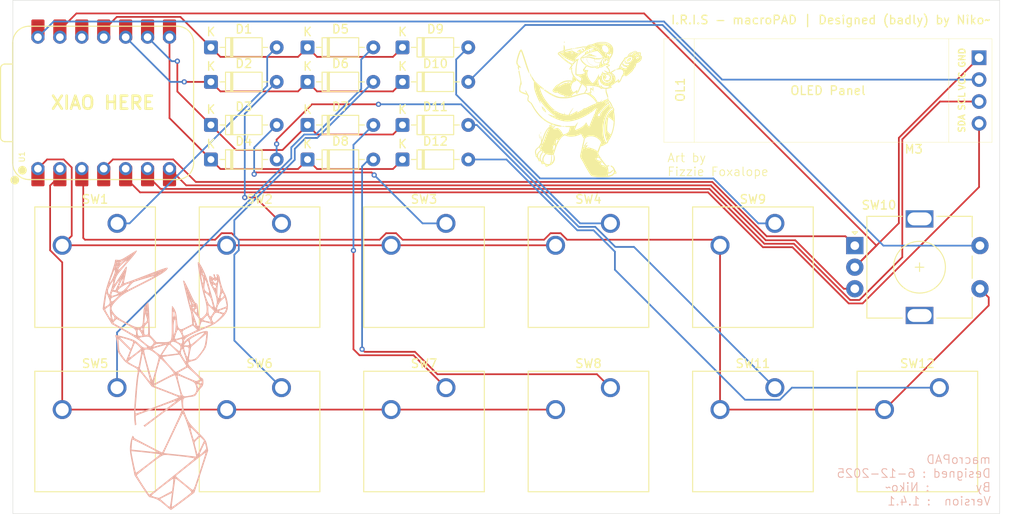
<source format=kicad_pcb>
(kicad_pcb (version 20241229) (generator "pcbnew") (generator_version "9.0")
  (layers (0 "F.Cu" signal) (2 "B.Cu" signal) (13 "F.Paste" user) (15 "B.Paste" user) (5 "F.SilkS" user "F.Silkscreen") (7 "B.SilkS" user "B.Silkscreen") (1 "F.Mask" user) (3 "B.Mask" user) (25 "Edge.Cuts" user))
  (net 0 "")
  (net 1 "Col1")
  (net 2 "Net-(D5-A)")
  (net 3 "Net-(D6-A)")
  (net 4 "Col2")
  (net 5 "Col3")
  (net 6 "Net-(D7-A)")
  (net 7 "Net-(D8-A)")
  (net 8 "Col4")
  (net 9 "Net-(D9-A)")
  (net 10 "Net-(D10-A)")
  (net 11 "Net-(D11-A)")
  (net 12 "Net-(D12-A)")
  (net 13 "OLEDSDA")
  (net 14 "VCC")
  (net 15 "GND")
  (net 16 "OLEDSCL")
  (net 17 "Row1")
  (net 18 "Row2")
  (net 19 "Row3")
  (net 20 "REB")
  (net 21 "REA")
  (net 23 "Net-(D1-A)")
  (net 24 "Net-(D2-A)")
  (net 25 "Net-(D3-A)")
  (net 26 "Net-(D4-A)")
  (footprint "Button_Switch_Keyboard:SW_Cherry_MX_1.00u_PCB" (layer "F.Cu") (at 183.515 104.4575)
    (property "Reference" "SW11" (at -2.54 -2.794 0) (layer "F.SilkS"))
    (property "Value" "SW_Push")
    (pad "" np_thru_hole circle (at -7.62 5.08) (size 1.7 1.7) (drill 1.7) (layers "*.Cu" "*.Mask"))
    (pad "" np_thru_hole circle (at -2.54 5.08) (size 4 4) (drill 4) (layers "*.Cu" "*.Mask"))
    (pad "" np_thru_hole circle (at 2.54 5.08) (size 1.7 1.7) (drill 1.7) (layers "*.Cu" "*.Mask"))
    (pad "1" thru_hole circle (at 0 0) (size 2.2 2.2) (drill 1.5) (layers "*.Cu" "*.Mask") (net 11 "Net-(D11-A)"))
    (pad "2" thru_hole circle (at -6.35 2.54) (size 2.2 2.2) (drill 1.5) (layers "*.Cu" "*.Mask") (net 19 "Row3"))
  )
  (footprint "Button_Switch_Keyboard:SW_Cherry_MX_1.00u_PCB" (layer "F.Cu") (at 126.365 104.4575)
    (property "Reference" "SW6" (at -2.54 -2.794 0) (layer "F.SilkS"))
    (property "Value" "SW_Push")
    (pad "" np_thru_hole circle (at -7.62 5.08) (size 1.7 1.7) (drill 1.7) (layers "*.Cu" "*.Mask"))
    (pad "" np_thru_hole circle (at -2.54 5.08) (size 4 4) (drill 4) (layers "*.Cu" "*.Mask"))
    (pad "" np_thru_hole circle (at 2.54 5.08) (size 1.7 1.7) (drill 1.7) (layers "*.Cu" "*.Mask"))
    (pad "1" thru_hole circle (at 0 0) (size 2.2 2.2) (drill 1.5) (layers "*.Cu" "*.Mask") (net 3 "Net-(D6-A)"))
    (pad "2" thru_hole circle (at -6.35 2.54) (size 2.2 2.2) (drill 1.5) (layers "*.Cu" "*.Mask") (net 18 "Row2"))
  )
  (footprint "Rotary_Encoder:RotaryEncoder_Alps_EC11E-Switch_Vertical_H20mm" (layer "F.Cu") (at 192.775 87.9875)
    (property "Reference" "SW10" (at 2.8 -4.7 0) (layer "F.SilkS"))
    (property "Value" "RotaryEncoder_Switch")
    (pad "A" thru_hole rect (at 0 0) (size 2 2) (drill 1) (layers "*.Cu" "*.Mask") (net 21 "REA"))
    (pad "B" thru_hole circle (at 0 5) (size 2 2) (drill 1) (layers "*.Cu" "*.Mask") (net 20 "REB"))
    (pad "C" thru_hole circle (at 0 2.5) (size 2 2) (drill 1) (layers "*.Cu" "*.Mask") (net 15 "GND"))
    (pad "MP" thru_hole rect (at 7.5 -3.1) (size 3.2 2) (drill oval 2.8 1.5) (layers "*.Cu" "*.Mask"))
    (pad "MP" thru_hole rect (at 7.5 8.1) (size 3.2 2) (drill oval 2.8 1.5) (layers "*.Cu" "*.Mask"))
    (pad "S1" thru_hole circle (at 14.5 5) (size 2 2) (drill 1) (layers "*.Cu" "*.Mask") (net 19 "Row3"))
    (pad "S2" thru_hole circle (at 14.5 0) (size 2 2) (drill 1) (layers "*.Cu" "*.Mask") (net 10 "Net-(D10-A)"))
  )
  (footprint "Diode_THT:D_DO-35_SOD27_P7.62mm_Horizontal" (layer "F.Cu") (at 118.19 69)
    (property "Reference" "D2" (at 3.81 -2.12 0) (layer "F.SilkS"))
    (property "Value" "1N4148")
    (fp_text user "K" (at 0 -1.8 0) (layer "F.SilkS"))
    (pad "1" thru_hole roundrect (at 0 0) (size 1.6 1.6) (drill 0.8) (layers "*.Cu" "*.Mask") (roundrect_rratio 0.15625) (net 4 "Col2"))
    (pad "2" thru_hole circle (at 7.62 0) (size 1.6 1.6) (drill 0.8) (layers "*.Cu" "*.Mask") (net 24 "Net-(D2-A)"))
  )
  (footprint "Diode_THT:D_DO-35_SOD27_P7.62mm_Horizontal" (layer "F.Cu") (at 140.38 69)
    (property "Reference" "D10" (at 3.81 -2.12 0) (layer "F.SilkS"))
    (property "Value" "1N4148")
    (fp_text user "K" (at 0 -1.8 0) (layer "F.SilkS"))
    (pad "1" thru_hole roundrect (at 0 0) (size 1.6 1.6) (drill 0.8) (layers "*.Cu" "*.Mask") (roundrect_rratio 0.15625) (net 4 "Col2"))
    (pad "2" thru_hole circle (at 7.62 0) (size 1.6 1.6) (drill 0.8) (layers "*.Cu" "*.Mask") (net 10 "Net-(D10-A)"))
  )
  (footprint "Button_Switch_Keyboard:SW_Cherry_MX_1.00u_PCB" (layer "F.Cu") (at 145.415 85.4075)
    (property "Reference" "SW3" (at -2.54 -2.794 0) (layer "F.SilkS"))
    (property "Value" "SW_Push")
    (pad "" np_thru_hole circle (at -7.62 5.08) (size 1.7 1.7) (drill 1.7) (layers "*.Cu" "*.Mask"))
    (pad "" np_thru_hole circle (at -2.54 5.08) (size 4 4) (drill 4) (layers "*.Cu" "*.Mask"))
    (pad "" np_thru_hole circle (at 2.54 5.08) (size 1.7 1.7) (drill 1.7) (layers "*.Cu" "*.Mask"))
    (pad "1" thru_hole circle (at 0 0) (size 2.2 2.2) (drill 1.5) (layers "*.Cu" "*.Mask") (net 25 "Net-(D3-A)"))
    (pad "2" thru_hole circle (at -6.35 2.54) (size 2.2 2.2) (drill 1.5) (layers "*.Cu" "*.Mask") (net 17 "Row1"))
  )
  (footprint "Diode_THT:D_DO-35_SOD27_P7.62mm_Horizontal" (layer "F.Cu") (at 129.38 74)
    (property "Reference" "D7" (at 3.81 -2.12 0) (layer "F.SilkS"))
    (property "Value" "1N4148")
    (fp_text user "K" (at 0 -1.8 0) (layer "F.SilkS"))
    (pad "1" thru_hole roundrect (at 0 0) (size 1.6 1.6) (drill 0.8) (layers "*.Cu" "*.Mask") (roundrect_rratio 0.15625) (net 5 "Col3"))
    (pad "2" thru_hole circle (at 7.62 0) (size 1.6 1.6) (drill 0.8) (layers "*.Cu" "*.Mask") (net 6 "Net-(D7-A)"))
  )
  (footprint "Diode_THT:D_DO-35_SOD27_P7.62mm_Horizontal" (layer "F.Cu") (at 140.38 78)
    (property "Reference" "D12" (at 3.81 -2.12 0) (layer "F.SilkS"))
    (property "Value" "1N4148")
    (fp_text user "K" (at 0 -1.8 0) (layer "F.SilkS"))
    (pad "1" thru_hole roundrect (at 0 0) (size 1.6 1.6) (drill 0.8) (layers "*.Cu" "*.Mask") (roundrect_rratio 0.15625) (net 8 "Col4"))
    (pad "2" thru_hole circle (at 7.62 0) (size 1.6 1.6) (drill 0.8) (layers "*.Cu" "*.Mask") (net 12 "Net-(D12-A)"))
  )
  (footprint "Diode_THT:D_DO-35_SOD27_P7.62mm_Horizontal" (layer "F.Cu") (at 129.38 78)
    (property "Reference" "D8" (at 3.81 -2.12 0) (layer "F.SilkS"))
    (property "Value" "1N4148")
    (fp_text user "K" (at 0 -1.8 0) (layer "F.SilkS"))
    (pad "1" thru_hole roundrect (at 0 0) (size 1.6 1.6) (drill 0.8) (layers "*.Cu" "*.Mask") (roundrect_rratio 0.15625) (net 8 "Col4"))
    (pad "2" thru_hole circle (at 7.62 0) (size 1.6 1.6) (drill 0.8) (layers "*.Cu" "*.Mask") (net 7 "Net-(D8-A)"))
  )
  (footprint "Button_Switch_Keyboard:SW_Cherry_MX_1.00u_PCB" (layer "F.Cu") (at 145.415 104.4575)
    (property "Reference" "SW7" (at -2.54 -2.794 0) (layer "F.SilkS"))
    (property "Value" "SW_Push")
    (pad "" np_thru_hole circle (at -7.62 5.08) (size 1.7 1.7) (drill 1.7) (layers "*.Cu" "*.Mask"))
    (pad "" np_thru_hole circle (at -2.54 5.08) (size 4 4) (drill 4) (layers "*.Cu" "*.Mask"))
    (pad "" np_thru_hole circle (at 2.54 5.08) (size 1.7 1.7) (drill 1.7) (layers "*.Cu" "*.Mask"))
    (pad "1" thru_hole circle (at 0 0) (size 2.2 2.2) (drill 1.5) (layers "*.Cu" "*.Mask") (net 6 "Net-(D7-A)"))
    (pad "2" thru_hole circle (at -6.35 2.54) (size 2.2 2.2) (drill 1.5) (layers "*.Cu" "*.Mask") (net 18 "Row2"))
  )
  (footprint "Button_Switch_Keyboard:SW_Cherry_MX_1.00u_PCB" (layer "F.Cu") (at 164.465 85.4075)
    (property "Reference" "SW4" (at -2.54 -2.794 0) (layer "F.SilkS"))
    (property "Value" "SW_Push")
    (pad "" np_thru_hole circle (at -7.62 5.08) (size 1.7 1.7) (drill 1.7) (layers "*.Cu" "*.Mask"))
    (pad "" np_thru_hole circle (at -2.54 5.08) (size 4 4) (drill 4) (layers "*.Cu" "*.Mask"))
    (pad "" np_thru_hole circle (at 2.54 5.08) (size 1.7 1.7) (drill 1.7) (layers "*.Cu" "*.Mask"))
    (pad "1" thru_hole circle (at 0 0) (size 2.2 2.2) (drill 1.5) (layers "*.Cu" "*.Mask") (net 26 "Net-(D4-A)"))
    (pad "2" thru_hole circle (at -6.35 2.54) (size 2.2 2.2) (drill 1.5) (layers "*.Cu" "*.Mask") (net 17 "Row1"))
  )
  (footprint "Button_Switch_Keyboard:SW_Cherry_MX_1.00u_PCB" (layer "F.Cu") (at 202.565 104.4575)
    (property "Reference" "SW12" (at -2.54 -2.794 0) (layer "F.SilkS"))
    (property "Value" "SW_Push")
    (pad "" np_thru_hole circle (at -7.62 5.08) (size 1.7 1.7) (drill 1.7) (layers "*.Cu" "*.Mask"))
    (pad "" np_thru_hole circle (at -2.54 5.08) (size 4 4) (drill 4) (layers "*.Cu" "*.Mask"))
    (pad "" np_thru_hole circle (at 2.54 5.08) (size 1.7 1.7) (drill 1.7) (layers "*.Cu" "*.Mask"))
    (pad "1" thru_hole circle (at 0 0) (size 2.2 2.2) (drill 1.5) (layers "*.Cu" "*.Mask") (net 12 "Net-(D12-A)"))
    (pad "2" thru_hole circle (at -6.35 2.54) (size 2.2 2.2) (drill 1.5) (layers "*.Cu" "*.Mask") (net 19 "Row3"))
  )
  (footprint "Diode_THT:D_DO-35_SOD27_P7.62mm_Horizontal" (layer "F.Cu") (at 129.38 69)
    (property "Reference" "D6" (at 3.81 -2.12 0) (layer "F.SilkS"))
    (property "Value" "1N4148")
    (fp_text user "K" (at 0 -1.8 0) (layer "F.SilkS"))
    (pad "1" thru_hole roundrect (at 0 0) (size 1.6 1.6) (drill 0.8) (layers "*.Cu" "*.Mask") (roundrect_rratio 0.15625) (net 4 "Col2"))
    (pad "2" thru_hole circle (at 7.62 0) (size 1.6 1.6) (drill 0.8) (layers "*.Cu" "*.Mask") (net 3 "Net-(D6-A)"))
  )
  (footprint "MountingHole:MountingHole_3.2mm_M3" (layer "F.Cu") (at 202.9 79.8)
    (property "Reference" "M3" (at -3.3 -3 0) (layer "F.SilkS"))
    (property "Value" "MountingHole_3.2mm_M3")
    (pad "" np_thru_hole circle (at 0 0) (size 3.2 3.2) (drill 3.2) (layers "*.Cu" "*.Mask"))
  )
  (footprint "LOGO" (layer "F.Cu") (at 161.670403 72.358856)
    (property "Reference" "G***" (hide yes))
    (property "Value" "LOGO" (hide yes))
  )
  (footprint "Button_Switch_Keyboard:SW_Cherry_MX_1.00u_PCB" (layer "F.Cu") (at 107.315 85.4075)
    (property "Reference" "SW1" (at -2.54 -2.794 0) (layer "F.SilkS"))
    (property "Value" "SW_Push")
    (pad "" np_thru_hole circle (at -7.62 5.08) (size 1.7 1.7) (drill 1.7) (layers "*.Cu" "*.Mask"))
    (pad "" np_thru_hole circle (at -2.54 5.08) (size 4 4) (drill 4) (layers "*.Cu" "*.Mask"))
    (pad "" np_thru_hole circle (at 2.54 5.08) (size 1.7 1.7) (drill 1.7) (layers "*.Cu" "*.Mask"))
    (pad "1" thru_hole circle (at 0 0) (size 2.2 2.2) (drill 1.5) (layers "*.Cu" "*.Mask") (net 23 "Net-(D1-A)"))
    (pad "2" thru_hole circle (at -6.35 2.54) (size 2.2 2.2) (drill 1.5) (layers "*.Cu" "*.Mask") (net 17 "Row1"))
  )
  (footprint "KiCad-SSD1306-0.91-OLED-4pin-128x32:SSD1306-0.91-OLED-4pin-128x32" (layer "F.Cu") (at 170.66875 64.00875)
    (property "Reference" "OL1" (at 1.9 5.91 90) (layer "F.SilkS"))
    (property "Value" "OLED")
    (fp_text user "SDA" (at 34.5 9.81 270) (layer "F.SilkS") (effects (font (size 0.75 0.75))))
    (fp_text user "VCC" (at 34.53125 4.89125 270) (layer "F.SilkS") (effects (font (size 0.75 0.75))))
    (fp_text user "GND" (at 34.53125 2.19125 270) (layer "F.SilkS") (effects (font (size 0.75 0.75))))
    (fp_text user "OLED Panel" (at 19 6 0) (layer "F.SilkS"))
    (fp_text user "SCL" (at 34.5 7.27 270) (layer "F.SilkS") (effects (font (size 0.75 0.75))))
    (pad "1" thru_hole rect (at 36.5 2.19) (size 1.7 1.7) (drill 1) (layers "*.Cu" "*.Mask") (net 15 "GND"))
    (pad "2" thru_hole oval (at 36.5 4.73) (size 1.7 1.7) (drill 1) (layers "*.Cu" "*.Mask") (net 14 "VCC"))
    (pad "3" thru_hole oval (at 36.5 7.27) (size 1.7 1.7) (drill 1) (layers "*.Cu" "*.Mask") (net 16 "OLEDSCL"))
    (pad "4" thru_hole oval (at 36.5 9.81) (size 1.7 1.7) (drill 1) (layers "*.Cu" "*.Mask") (net 13 "OLEDSDA"))
  )
  (footprint "Button_Switch_Keyboard:SW_Cherry_MX_1.00u_PCB" (layer "F.Cu") (at 164.465 104.4575)
    (property "Reference" "SW8" (at -2.54 -2.794 0) (layer "F.SilkS"))
    (property "Value" "SW_Push")
    (pad "" np_thru_hole circle (at -7.62 5.08) (size 1.7 1.7) (drill 1.7) (layers "*.Cu" "*.Mask"))
    (pad "" np_thru_hole circle (at -2.54 5.08) (size 4 4) (drill 4) (layers "*.Cu" "*.Mask"))
    (pad "" np_thru_hole circle (at 2.54 5.08) (size 1.7 1.7) (drill 1.7) (layers "*.Cu" "*.Mask"))
    (pad "1" thru_hole circle (at 0 0) (size 2.2 2.2) (drill 1.5) (layers "*.Cu" "*.Mask") (net 7 "Net-(D8-A)"))
    (pad "2" thru_hole circle (at -6.35 2.54) (size 2.2 2.2) (drill 1.5) (layers "*.Cu" "*.Mask") (net 18 "Row2"))
  )
  (footprint "Diode_THT:D_DO-35_SOD27_P7.62mm_Horizontal" (layer "F.Cu") (at 140.38 74)
    (property "Reference" "D11" (at 3.81 -2.12 0) (layer "F.SilkS"))
    (property "Value" "1N4148")
    (fp_text user "K" (at 0 -1.8 0) (layer "F.SilkS"))
    (pad "1" thru_hole roundrect (at 0 0) (size 1.6 1.6) (drill 0.8) (layers "*.Cu" "*.Mask") (roundrect_rratio 0.15625) (net 5 "Col3"))
    (pad "2" thru_hole circle (at 7.62 0) (size 1.6 1.6) (drill 0.8) (layers "*.Cu" "*.Mask") (net 11 "Net-(D11-A)"))
  )
  (footprint "Seeed Studio XIAO Series Library:XIAO-RP2040-DIP" (layer "F.Cu") (at 105.77125 71.4375 90)
    (property "Reference" "U1" (at -6.2625 -9.47125 90) (layer "F.SilkS") (effects (font (size 0.635 0.635) (thickness 0.1016))))
    (property "Value" "XIAO-RP2040-DIP")
    (pad "1" smd roundrect (at -8.455 -7.62 270) (size 2.432 1.524) (layers "F.Cu" "F.Mask") (roundrect_rratio 0.1) (net 17 "Row1"))
    (pad "1" thru_hole circle (at -7.62 -7.62 270) (size 1.524 1.524) (drill 0.889) (layers "*.Cu" "*.Mask") (net 17 "Row1"))
    (pad "2" smd roundrect (at -8.455 -5.08 270) (size 2.432 1.524) (layers "F.Cu" "F.Mask") (roundrect_rratio 0.1) (net 18 "Row2"))
    (pad "2" thru_hole circle (at -7.62 -5.08 270) (size 1.524 1.524) (drill 0.889) (layers "*.Cu" "*.Mask") (net 18 "Row2"))
    (pad "3" smd roundrect (at -8.455 -2.54 270) (size 2.432 1.524) (layers "F.Cu" "F.Mask") (roundrect_rratio 0.1) (net 19 "Row3"))
    (pad "3" thru_hole circle (at -7.62 -2.54 270) (size 1.524 1.524) (drill 0.889) (layers "*.Cu" "*.Mask") (net 19 "Row3"))
    (pad "4" smd roundrect (at -8.455 0 270) (size 2.432 1.524) (layers "F.Cu" "F.Mask") (roundrect_rratio 0.1) (net 21 "REA"))
    (pad "4" thru_hole circle (at -7.62 0 270) (size 1.524 1.524) (drill 0.889) (layers "*.Cu" "*.Mask") (net 21 "REA"))
    (pad "5" smd roundrect (at -8.455 2.54 270) (size 2.432 1.524) (layers "F.Cu" "F.Mask") (roundrect_rratio 0.1) (net 13 "OLEDSDA"))
    (pad "5" thru_hole circle (at -7.62 2.54 270) (size 1.524 1.524) (drill 0.889) (layers "*.Cu" "*.Mask") (net 13 "OLEDSDA"))
    (pad "6" smd roundrect (at -8.455 5.08 270) (size 2.432 1.524) (layers "F.Cu" "F.Mask") (roundrect_rratio 0.1) (net 16 "OLEDSCL"))
    (pad "6" thru_hole circle (at -7.62 5.08 270) (size 1.524 1.524) (drill 0.889) (layers "*.Cu" "*.Mask") (net 16 "OLEDSCL"))
    (pad "7" smd roundrect (at -8.455 7.62 270) (size 2.432 1.524) (layers "F.Cu" "F.Mask") (roundrect_rratio 0.1) (net 20 "REB"))
    (pad "7" thru_hole circle (at -7.62 7.62 270) (size 1.524 1.524) (drill 0.889) (layers "*.Cu" "*.Mask") (net 20 "REB"))
    (pad "8" thru_hole circle (at 7.62 7.62 90) (size 1.524 1.524) (drill 0.889) (layers "*.Cu" "*.Mask") (net 8 "Col4"))
    (pad "8" smd roundrect (at 8.455 7.62 90) (size 2.432 1.524) (layers "F.Cu" "F.Mask") (roundrect_rratio 0.1) (net 8 "Col4"))
    (pad "9" thru_hole circle (at 7.62 5.08 90) (size 1.524 1.524) (drill 0.889) (layers "*.Cu" "*.Mask") (net 5 "Col3"))
    (pad "9" smd roundrect (at 8.455 5.08 90) (size 2.432 1.524) (layers "F.Cu" "F.Mask") (roundrect_rratio 0.1) (net 5 "Col3"))
    (pad "10" thru_hole circle (at 7.62 2.54 90) (size 1.524 1.524) (drill 0.889) (layers "*.Cu" "*.Mask") (net 4 "Col2"))
    (pad "10" smd roundrect (at 8.455 2.54 90) (size 2.432 1.524) (layers "F.Cu" "F.Mask") (roundrect_rratio 0.1) (net 4 "Col2"))
    (pad "11" thru_hole circle (at 7.62 0 90) (size 1.524 1.524) (drill 0.889) (layers "*.Cu" "*.Mask") (net 1 "Col1"))
    (pad "11" smd roundrect (at 8.455 0 90) (size 2.432 1.524) (layers "F.Cu" "F.Mask") (roundrect_rratio 0.1) (net 1 "Col1"))
    (pad "12" thru_hole circle (at 7.62 -2.54 90) (size 1.524 1.524) (drill 0.889) (layers "*.Cu" "*.Mask"))
    (pad "12" smd roundrect (at 8.455 -2.54 90) (size 2.432 1.524) (layers "F.Cu" "F.Mask") (roundrect_rratio 0.1))
    (pad "13" thru_hole circle (at 7.62 -5.08 90) (size 1.524 1.524) (drill 0.889) (layers "*.Cu" "*.Mask") (net 15 "GND"))
    (pad "13" smd roundrect (at 8.455 -5.08 90) (size 2.432 1.524) (layers "F.Cu" "F.Mask") (roundrect_rratio 0.1) (net 15 "GND"))
    (pad "14" thru_hole circle (at 7.62 -7.62 90) (size 1.524 1.524) (drill 0.889) (layers "*.Cu" "*.Mask") (net 14 "VCC"))
    (pad "14" smd roundrect (at 8.455 -7.62 90) (size 2.432 1.524) (layers "F.Cu" "F.Mask") (roundrect_rratio 0.1) (net 14 "VCC"))
  )
  (footprint "Diode_THT:D_DO-35_SOD27_P7.62mm_Horizontal" (layer "F.Cu") (at 129.38 65)
    (property "Reference" "D5" (at 3.81 -2.12 0) (layer "F.SilkS"))
    (property "Value" "1N4148")
    (fp_text user "K" (at 0 -1.8 0) (layer "F.SilkS"))
    (pad "1" thru_hole roundrect (at 0 0) (size 1.6 1.6) (drill 0.8) (layers "*.Cu" "*.Mask") (roundrect_rratio 0.15625) (net 1 "Col1"))
    (pad "2" thru_hole circle (at 7.62 0) (size 1.6 1.6) (drill 0.8) (layers "*.Cu" "*.Mask") (net 2 "Net-(D5-A)"))
  )
  (footprint "Button_Switch_Keyboard:SW_Cherry_MX_1.00u_PCB" (layer "F.Cu") (at 183.515 85.4075)
    (property "Reference" "SW9" (at -2.54 -2.794 0) (layer "F.SilkS"))
    (property "Value" "SW_Push")
    (pad "" np_thru_hole circle (at -7.62 5.08) (size 1.7 1.7) (drill 1.7) (layers "*.Cu" "*.Mask"))
    (pad "" np_thru_hole circle (at -2.54 5.08) (size 4 4) (drill 4) (layers "*.Cu" "*.Mask"))
    (pad "" np_thru_hole circle (at 2.54 5.08) (size 1.7 1.7) (drill 1.7) (layers "*.Cu" "*.Mask"))
    (pad "1" thru_hole circle (at 0 0) (size 2.2 2.2) (drill 1.5) (layers "*.Cu" "*.Mask") (net 9 "Net-(D9-A)"))
    (pad "2" thru_hole circle (at -6.35 2.54) (size 2.2 2.2) (drill 1.5) (layers "*.Cu" "*.Mask") (net 19 "Row3"))
  )
  (footprint "Diode_THT:D_DO-35_SOD27_P7.62mm_Horizontal" (layer "F.Cu") (at 140.38 65)
    (property "Reference" "D9" (at 3.81 -2.12 0) (layer "F.SilkS"))
    (property "Value" "1N4148")
    (fp_text user "K" (at 0 -1.8 0) (layer "F.SilkS"))
    (pad "1" thru_hole roundrect (at 0 0) (size 1.6 1.6) (drill 0.8) (layers "*.Cu" "*.Mask") (roundrect_rratio 0.15625) (net 1 "Col1"))
    (pad "2" thru_hole circle (at 7.62 0) (size 1.6 1.6) (drill 0.8) (layers "*.Cu" "*.Mask") (net 9 "Net-(D9-A)"))
  )
  (footprint "Diode_THT:D_DO-35_SOD27_P7.62mm_Horizontal" (layer "F.Cu") (at 118.19 78)
    (property "Reference" "D4" (at 3.81 -2.12 0) (layer "F.SilkS"))
    (property "Value" "1N4148")
    (fp_text user "K" (at 0 -1.8 0) (layer "F.SilkS"))
    (pad "1" thru_hole roundrect (at 0 0) (size 1.6 1.6) (drill 0.8) (layers "*.Cu" "*.Mask") (roundrect_rratio 0.15625) (net 8 "Col4"))
    (pad "2" thru_hole circle (at 7.62 0) (size 1.6 1.6) (drill 0.8) (layers "*.Cu" "*.Mask") (net 26 "Net-(D4-A)"))
  )
  (footprint "Diode_THT:D_DO-35_SOD27_P7.62mm_Horizontal" (layer "F.Cu") (at 118.19 65)
    (property "Reference" "D1" (at 3.81 -2.12 0) (layer "F.SilkS"))
    (property "Value" "1N4148")
    (fp_text user "K" (at 0 -1.8 0) (layer "F.SilkS"))
    (pad "1" thru_hole roundrect (at 0 0) (size 1.6 1.6) (drill 0.8) (layers "*.Cu" "*.Mask") (roundrect_rratio 0.15625) (net 1 "Col1"))
    (pad "2" thru_hole circle (at 7.62 0) (size 1.6 1.6) (drill 0.8) (layers "*.Cu" "*.Mask") (net 23 "Net-(D1-A)"))
  )
  (footprint "Button_Switch_Keyboard:SW_Cherry_MX_1.00u_PCB" (layer "F.Cu") (at 107.315 104.4575)
    (property "Reference" "SW5" (at -2.54 -2.794 0) (layer "F.SilkS"))
    (property "Value" "SW_Push")
    (pad "" np_thru_hole circle (at -7.62 5.08) (size 1.7 1.7) (drill 1.7) (layers "*.Cu" "*.Mask"))
    (pad "" np_thru_hole circle (at -2.54 5.08) (size 4 4) (drill 4) (layers "*.Cu" "*.Mask"))
    (pad "" np_thru_hole circle (at 2.54 5.08) (size 1.7 1.7) (drill 1.7) (layers "*.Cu" "*.Mask"))
    (pad "1" thru_hole circle (at 0 0) (size 2.2 2.2) (drill 1.5) (layers "*.Cu" "*.Mask") (net 2 "Net-(D5-A)"))
    (pad "2" thru_hole circle (at -6.35 2.54) (size 2.2 2.2) (drill 1.5) (layers "*.Cu" "*.Mask") (net 18 "Row2"))
  )
  (footprint "Button_Switch_Keyboard:SW_Cherry_MX_1.00u_PCB" (layer "F.Cu") (at 126.365 85.4075)
    (property "Reference" "SW2" (at -2.54 -2.794 0) (layer "F.SilkS"))
    (property "Value" "SW_Push")
    (pad "" np_thru_hole circle (at -7.62 5.08) (size 1.7 1.7) (drill 1.7) (layers "*.Cu" "*.Mask"))
    (pad "" np_thru_hole circle (at -2.54 5.08) (size 4 4) (drill 4) (layers "*.Cu" "*.Mask"))
    (pad "" np_thru_hole circle (at 2.54 5.08) (size 1.7 1.7) (drill 1.7) (layers "*.Cu" "*.Mask"))
    (pad "1" thru_hole circle (at 0 0) (size 2.2 2.2) (drill 1.5) (layers "*.Cu" "*.Mask") (net 24 "Net-(D2-A)"))
    (pad "2" thru_hole circle (at -6.35 2.54) (size 2.2 2.2) (drill 1.5) (layers "*.Cu" "*.Mask") (net 17 "Row1"))
  )
  (footprint "Diode_THT:D_DO-35_SOD27_P7.62mm_Horizontal" (layer "F.Cu") (at 118.19 74)
    (property "Reference" "D3" (at 3.81 -2.12 0) (layer "F.SilkS"))
    (property "Value" "1N4148")
    (fp_text user "K" (at 0 -1.8 0) (layer "F.SilkS"))
    (pad "1" thru_hole roundrect (at 0 0) (size 1.6 1.6) (drill 0.8) (layers "*.Cu" "*.Mask") (roundrect_rratio 0.15625) (net 5 "Col3"))
    (pad "2" thru_hole circle (at 7.62 0) (size 1.6 1.6) (drill 0.8) (layers "*.Cu" "*.Mask") (net 25 "Net-(D3-A)"))
  )
  (footprint "LOGO" (layer "B.Cu") (at 112.9 103.6 180)
    (property "Reference" "G***" (hide yes))
    (property "Value" "LOGO" (hide yes))
  )
  (gr_rect (start 95.25 59.53125) (end 209.55 119.0625) (stroke (width 0.05)) (fill no) (layer "Edge.Cuts"))
  (gr_text "XIAO HERE" (at 99.5 72.3 0) (layer "F.SilkS") (effects (font (size 1.5 1.5) (thickness 0.3) (bold yes)) (justify left bottom)))
  (gr_text "I.R.I.S - macroPAD | Designed (badly) by Niko~" (at 171.4 62.4 0) (layer "F.SilkS") (effects (font (size 1 1)) (justify left bottom)))
  (gr_text "Art by\nFizzie Foxalope" (at 171 80 0) (layer "F.SilkS") (effects (font (size 1 1) (thickness 0.1)) (justify left bottom)))
  (gr_text "macroPAD\nDesigned : 6-12-2025\nBy       : Niko~\nVersion  : 1.4.1" (at 208.6 118.2 0) (layer "B.SilkS") (effects (font (size 1 1) (thickness 0.1)) (justify left bottom mirror)))
  (segment (start 139.279 66.101) (end 140.38 65) (width 0.2) (layer "F.Cu") (net 1))
  (segment (start 114.6555 61.4655) (end 107.28825 61.4655) (width 0.2) (layer "F.Cu") (net 1))
  (segment (start 130.481 66.101) (end 139.279 66.101) (width 0.2) (layer "F.Cu") (net 1))
  (segment (start 119.291 66.101) (end 128.279 66.101) (width 0.2) (layer "F.Cu") (net 1))
  (segment (start 107.28825 61.4655) (end 105.77125 62.9825) (width 0.2) (layer "F.Cu") (net 1))
  (segment (start 118.19 65) (end 119.291 66.101) (width 0.2) (layer "F.Cu") (net 1))
  (segment (start 129.38 65) (end 130.481 66.101) (width 0.2) (layer "F.Cu") (net 1))
  (segment (start 118.19 65) (end 114.6555 61.4655) (width 0.2) (layer "F.Cu") (net 1))
  (segment (start 128.279 66.101) (end 129.38 65) (width 0.2) (layer "F.Cu") (net 1))
  (segment (start 128.999 75.101) (end 130.16516 75.101) (width 0.2) (layer "B.Cu") (net 2))
  (segment (start 130.16716 75.099) (end 130.3339 75.099) (width 0.2) (layer "B.Cu") (net 2))
  (segment (start 127.5 76.6) (end 128.999 75.101) (width 0.2) (layer "B.Cu") (net 2))
  (segment (start 127.5 77.86705) (end 127.5 76.6) (width 0.2) (layer "B.Cu") (net 2))
  (segment (start 135.6 69.8329) (end 135.6 66.4) (width 0.2) (layer "B.Cu") (net 2))
  (segment (start 107.315 104.4575) (end 107.315 98.05205) (width 0.2) (layer "B.Cu") (net 2))
  (segment (start 130.16516 75.101) (end 130.16716 75.099) (width 0.2) (layer "B.Cu") (net 2))
  (segment (start 130.3339 75.099) (end 135.6 69.8329) (width 0.2) (layer "B.Cu") (net 2))
  (segment (start 107.315 98.05205) (end 127.5 77.86705) (width 0.2) (layer "B.Cu") (net 2))
  (segment (start 135.6 66.4) (end 137 65) (width 0.2) (layer "B.Cu") (net 2))
  (segment (start 120.9 86.851186) (end 121.416 87.367186) (width 0.2) (layer "B.Cu") (net 3))
  (segment (start 130.33326 75.5) (end 130.33126 75.502) (width 0.2) (layer "B.Cu") (net 3))
  (segment (start 127.901 76.7661) (end 127.901 78.03315) (width 0.2) (layer "B.Cu") (net 3))
  (segment (start 120.9 85.03415) (end 120.9 86.851186) (width 0.2) (layer "B.Cu") (net 3))
  (segment (start 137 69) (end 130.5 75.5) (width 0.2) (layer "B.Cu") (net 3))
  (segment (start 121.416 87.367186) (end 121.416 88.527814) (width 0.2) (layer "B.Cu") (net 3))
  (segment (start 120.9 89.043814) (end 120.9 98.9925) (width 0.2) (layer "B.Cu") (net 3))
  (segment (start 127.901 78.03315) (end 120.9 85.03415) (width 0.2) (layer "B.Cu") (net 3))
  (segment (start 129.1651 75.502) (end 127.901 76.7661) (width 0.2) (layer "B.Cu") (net 3))
  (segment (start 130.5 75.5) (end 130.33326 75.5) (width 0.2) (layer "B.Cu") (net 3))
  (segment (start 120.9 98.9925) (end 126.365 104.4575) (width 0.2) (layer "B.Cu") (net 3))
  (segment (start 130.33126 75.502) (end 129.1651 75.502) (width 0.2) (layer "B.Cu") (net 3))
  (segment (start 121.416 88.527814) (end 120.9 89.043814) (width 0.2) (layer "B.Cu") (net 3))
  (segment (start 118.19 69) (end 115.1 69) (width 0.2) (layer "F.Cu") (net 4))
  (segment (start 129.38 69) (end 130.481 70.101) (width 0.2) (layer "F.Cu") (net 4))
  (segment (start 139.279 70.101) (end 140.38 69) (width 0.2) (layer "F.Cu") (net 4))
  (segment (start 130.481 70.101) (end 139.279 70.101) (width 0.2) (layer "F.Cu") (net 4))
  (segment (start 119.291 70.101) (end 128.279 70.101) (width 0.2) (layer "F.Cu") (net 4))
  (segment (start 128.279 70.101) (end 129.38 69) (width 0.2) (layer "F.Cu") (net 4))
  (segment (start 118.19 69) (end 119.291 70.101) (width 0.2) (layer "F.Cu") (net 4))
  (via (at 115.1 69) (size 0.6) (drill 0.3) (layers "F.Cu" "B.Cu") (net 4))
  (segment (start 115.1 69) (end 113.49375 69) (width 0.2) (layer "B.Cu") (net 4))
  (segment (start 113.49375 69) (end 108.31125 63.8175) (width 0.2) (layer "B.Cu") (net 4))
  (segment (start 118.19 74) (end 121.09 76.9) (width 0.2) (layer "F.Cu") (net 5))
  (segment (start 121.09 76.9) (end 126.48 76.9) (width 0.2) (layer "F.Cu") (net 5))
  (segment (start 129.38 74) (end 130.481 75.101) (width 0.2) (layer "F.Cu") (net 5))
  (segment (start 118.19 74) (end 114.3 70.11) (width 0.2) (layer "F.Cu") (net 5))
  (segment (start 139.279 75.101) (end 140.38 74) (width 0.2) (layer "F.Cu") (net 5))
  (segment (start 126.48 76.9) (end 129.38 74) (width 0.2) (layer "F.Cu") (net 5))
  (segment (start 114.3 70.11) (end 114.3 66.6) (width 0.2) (layer "F.Cu") (net 5))
  (segment (start 130.481 75.101) (end 139.279 75.101) (width 0.2) (layer "F.Cu") (net 5))
  (via (at 114.3 66.6) (size 0.6) (drill 0.3) (layers "F.Cu" "B.Cu") (net 5))
  (segment (start 113.63375 66.6) (end 110.85125 63.8175) (width 0.2) (layer "B.Cu") (net 5))
  (segment (start 114.3 66.6) (end 113.63375 66.6) (width 0.2) (layer "B.Cu") (net 5))
  (segment (start 145.415 104.4575) (end 141.6575 100.7) (width 0.2) (layer "F.Cu") (net 6))
  (segment (start 134.7 100) (end 134.7 88.5475) (width 0.2) (layer "F.Cu") (net 6))
  (segment (start 141.6575 100.7) (end 135.4 100.7) (width 0.2) (layer "F.Cu") (net 6))
  (segment (start 135.4 100.7) (end 134.7 100) (width 0.2) (layer "F.Cu") (net 6))
  (via (at 134.7 88.5475) (size 0.6) (drill 0.3) (layers "F.Cu" "B.Cu") (net 6))
  (segment (start 134.7 88.5475) (end 134.7 76.3) (width 0.2) (layer "B.Cu") (net 6))
  (segment (start 134.7 76.3) (end 137 74) (width 0.2) (layer "B.Cu") (net 6))
  (segment (start 162.9075 102.9) (end 164.465 104.4575) (width 0.2) (layer "F.Cu") (net 7))
  (segment (start 144.4246 102.9) (end 162.9075 102.9) (width 0.2) (layer "F.Cu") (net 7))
  (segment (start 135.7 100) (end 135.999 100.299) (width 0.2) (layer "F.Cu") (net 7))
  (segment (start 141.8236 100.299) (end 144.4246 102.9) (width 0.2) (layer "F.Cu") (net 7))
  (segment (start 135.999 100.299) (end 141.8236 100.299) (width 0.2) (layer "F.Cu") (net 7))
  (via (at 135.7 100) (size 0.6) (drill 0.3) (layers "F.Cu" "B.Cu") (net 7))
  (segment (start 135.7 100) (end 135.7 78.8) (width 0.2) (layer "B.Cu") (net 7))
  (segment (start 136.5 78) (end 137 78) (width 0.2) (layer "B.Cu") (net 7))
  (segment (start 135.7 78.8) (end 136.5 78) (width 0.2) (layer "B.Cu") (net 7))
  (segment (start 128.279 79.101) (end 129.38 78) (width 0.2) (layer "F.Cu") (net 8))
  (segment (start 118.19 78) (end 113.39125 73.20125) (width 0.2) (layer "F.Cu") (net 8))
  (segment (start 118.19 78) (end 119.291 79.101) (width 0.2) (layer "F.Cu") (net 8))
  (segment (start 139.279 79.101) (end 140.38 78) (width 0.2) (layer "F.Cu") (net 8))
  (segment (start 119.291 79.101) (end 128.279 79.101) (width 0.2) (layer "F.Cu") (net 8))
  (segment (start 129.38 78) (end 130.481 79.101) (width 0.2) (layer "F.Cu") (net 8))
  (segment (start 113.39125 73.20125) (end 113.39125 63.8175) (width 0.2) (layer "F.Cu") (net 8))
  (segment (start 130.481 79.101) (end 139.279 79.101) (width 0.2) (layer "F.Cu") (net 8))
  (segment (start 146.6 70.47585) (end 146.6 66.4) (width 0.2) (layer "B.Cu") (net 9))
  (segment (start 176.4 80.2) (end 156.32415 80.2) (width 0.2) (layer "B.Cu") (net 9))
  (segment (start 156.32415 80.2) (end 146.6 70.47585) (width 0.2) (layer "B.Cu") (net 9))
  (segment (start 146.6 66.4) (end 148 65) (width 0.2) (layer "B.Cu") (net 9))
  (segment (start 181.6075 85.4075) (end 176.4 80.2) (width 0.2) (layer "B.Cu") (net 9))
  (segment (start 183.515 85.4075) (end 181.6075 85.4075) (width 0.2) (layer "B.Cu") (net 9))
  (segment (start 170.501 62.401) (end 154.599 62.401) (width 0.2) (layer "B.Cu") (net 10))
  (segment (start 207.275 87.9875) (end 196.0875 87.9875) (width 0.2) (layer "B.Cu") (net 10))
  (segment (start 196.0875 87.9875) (end 170.501 62.401) (width 0.2) (layer "B.Cu") (net 10))
  (segment (start 154.599 62.401) (end 148 69) (width 0.2) (layer "B.Cu") (net 10))
  (segment (start 167.194 88.1365) (end 165.0365 88.1365) (width 0.2) (layer "B.Cu") (net 11))
  (segment (start 162.7085 85.8085) (end 160.79845 85.8085) (width 0.2) (layer "B.Cu") (net 11))
  (segment (start 160.79845 85.8085) (end 148.98995 74) (width 0.2) (layer "B.Cu") (net 11))
  (segment (start 165.0365 88.1365) (end 162.7085 85.8085) (width 0.2) (layer "B.Cu") (net 11))
  (segment (start 183.515 104.4575) (end 167.194 88.1365) (width 0.2) (layer "B.Cu") (net 11))
  (segment (start 148.98995 74) (end 148 74) (width 0.2) (layer "B.Cu") (net 11))
  (segment (start 160.63235 86.2095) (end 152.42285 78) (width 0.2) (layer "B.Cu") (net 12))
  (segment (start 180.0585 105.8585) (end 164.987314 90.787314) (width 0.2) (layer "B.Cu") (net 12))
  (segment (start 202.565 104.4575) (end 185.496314 104.4575) (width 0.2) (layer "B.Cu") (net 12))
  (segment (start 162.5095 86.2095) (end 160.63235 86.2095) (width 0.2) (layer "B.Cu") (net 12))
  (segment (start 152.42285 78) (end 148 78) (width 0.2) (layer "B.Cu") (net 12))
  (segment (start 185.496314 104.4575) (end 184.095314 105.8585) (width 0.2) (layer "B.Cu") (net 12))
  (segment (start 184.095314 105.8585) (end 180.0585 105.8585) (width 0.2) (layer "B.Cu") (net 12))
  (segment (start 164.987314 88.687314) (end 162.5095 86.2095) (width 0.2) (layer "B.Cu") (net 12))
  (segment (start 164.987314 90.787314) (end 164.987314 88.687314) (width 0.2) (layer "B.Cu") (net 12))
  (segment (start 109.98662 81.8105) (end 108.31125 80.13513) (width 0.2) (layer "F.Cu") (net 13))
  (segment (start 193.675 94.6895) (end 192.070008 94.6895) (width 0.2) (layer "F.Cu") (net 13))
  (segment (start 192.070008 94.6895) (end 185.549694 88.169186) (width 0.2) (layer "F.Cu") (net 13))
  (segment (start 207.16875 73.81875) (end 207.16875 81.19575) (width 0.2) (layer "F.Cu") (net 13))
  (segment (start 185.549694 88.169186) (end 182.134986 88.169186) (width 0.2) (layer "F.Cu") (net 13))
  (segment (start 175.7763 81.8105) (end 109.98662 81.8105) (width 0.2) (layer "F.Cu") (net 13))
  (segment (start 207.16875 81.19575) (end 193.675 94.6895) (width 0.2) (layer "F.Cu") (net 13))
  (segment (start 182.134986 88.169186) (end 175.7763 81.8105) (width 0.2) (layer "F.Cu") (net 13))
  (segment (start 108.31125 80.13513) (end 108.31125 79.0575) (width 0.2) (layer "F.Cu") (net 13))
  (segment (start 170.6671 62) (end 99.96875 62) (width 0.2) (layer "B.Cu") (net 14))
  (segment (start 207.16875 68.73875) (end 177.40585 68.73875) (width 0.2) (layer "B.Cu") (net 14))
  (segment (start 177.40585 68.73875) (end 170.6671 62) (width 0.2) (layer "B.Cu") (net 14))
  (segment (start 99.96875 62) (end 98.15125 63.8175) (width 0.2) (layer "B.Cu") (net 14))
  (segment (start 197.877 75.4905) (end 207.16875 66.19875) (width 0.2) (layer "F.Cu") (net 15))
  (segment (start 192.775 90.4875) (end 197.877 85.3855) (width 0.2) (layer "F.Cu") (net 15))
  (segment (start 195.28125 87.98125) (end 168.3645 61.0645) (width 0.2) (layer "F.Cu") (net 15))
  (segment (start 168.3645 61.0645) (end 102.60925 61.0645) (width 0.2) (layer "F.Cu") (net 15))
  (segment (start 192.775 90.4875) (end 195.28125 87.98125) (width 0.2) (layer "F.Cu") (net 15))
  (segment (start 102.60925 61.0645) (end 100.69125 62.9825) (width 0.2) (layer "F.Cu") (net 15))
  (segment (start 197.877 85.3855) (end 197.877 75.4905) (width 0.2) (layer "F.Cu") (net 15))
  (segment (start 193.313892 94.2885) (end 192.236108 94.2885) (width 0.2) (layer "F.Cu") (net 16))
  (segment (start 198.278 89.324392) (end 193.313892 94.2885) (width 0.2) (layer "F.Cu") (net 16))
  (segment (start 175.9424 81.4095) (end 112.36825 81.4095) (width 0.2) (layer "F.Cu") (net 16))
  (segment (start 202.65585 71.27875) (end 198.278 75.6566) (width 0.2) (layer "F.Cu") (net 16))
  (segment (start 112.36825 81.4095) (end 110.85125 79.8925) (width 0.2) (layer "F.Cu") (net 16))
  (segment (start 207.16875 71.27875) (end 202.65585 71.27875) (width 0.2) (layer "F.Cu") (net 16))
  (segment (start 182.301086 87.768186) (end 175.9424 81.4095) (width 0.2) (layer "F.Cu") (net 16))
  (segment (start 185.715794 87.768186) (end 182.301086 87.768186) (width 0.2) (layer "F.Cu") (net 16))
  (segment (start 192.236108 94.2885) (end 185.715794 87.768186) (width 0.2) (layer "F.Cu") (net 16))
  (segment (start 198.278 75.6566) (end 198.278 89.324392) (width 0.2) (layer "F.Cu") (net 16))
  (segment (start 99.21425 77.9945) (end 98.15125 79.0575) (width 0.2) (layer "F.Cu") (net 17))
  (segment (start 120.015 87.9475) (end 139.065 87.9475) (width 0.2) (layer "F.Cu") (net 17))
  (segment (start 100.965 87.9475) (end 120.015 87.9475) (width 0.2) (layer "F.Cu") (net 17))
  (segment (start 102.064999 86.847501) (end 102.064999 78.927939) (width 0.2) (layer "F.Cu") (net 17))
  (segment (start 101.13156 77.9945) (end 99.21425 77.9945) (width 0.2) (layer "F.Cu") (net 17))
  (segment (start 102.064999 78.927939) (end 101.13156 77.9945) (width 0.2) (layer "F.Cu") (net 17))
  (segment (start 139.065 87.9475) (end 158.115 87.9475) (width 0.2) (layer "F.Cu") (net 17))
  (segment (start 100.965 87.9475) (end 102.064999 86.847501) (width 0.2) (layer "F.Cu") (net 17))
  (segment (start 139.065 106.9975) (end 158.115 106.9975) (width 0.2) (layer "F.Cu") (net 18))
  (segment (start 100.965 106.9975) (end 120.015 106.9975) (width 0.2) (layer "F.Cu") (net 18))
  (segment (start 99.564 88.527814) (end 99.564 81.01975) (width 0.2) (layer "F.Cu") (net 18))
  (segment (start 120.015 106.9975) (end 139.065 106.9975) (width 0.2) (layer "F.Cu") (net 18))
  (segment (start 100.965 106.9975) (end 100.965 89.928814) (width 0.2) (layer "F.Cu") (net 18))
  (segment (start 99.564 81.01975) (end 100.69125 79.8925) (width 0.2) (layer "F.Cu") (net 18))
  (segment (start 100.965 89.928814) (end 99.564 88.527814) (width 0.2) (layer "F.Cu") (net 18))
  (segment (start 176.5175 87.3) (end 159.448814 87.3) (width 0.2) (layer "F.Cu") (net 19))
  (segment (start 139.645314 86.5465) (end 138.484686 86.5465) (width 0.2) (layer "F.Cu") (net 19))
  (segment (start 137.731186 87.3) (end 121.348814 87.3) (width 0.2) (layer "F.Cu") (net 19))
  (segment (start 158.695314 86.5465) (end 157.534686 86.5465) (width 0.2) (layer "F.Cu") (net 19))
  (segment (start 208.2875 94.925) (end 208.2875 94) (width 0.2) (layer "F.Cu") (net 19))
  (segment (start 159.448814 87.3) (end 158.695314 86.5465) (width 0.2) (layer "F.Cu") (net 19))
  (segment (start 140.398814 87.3) (end 139.645314 86.5465) (width 0.2) (layer "F.Cu") (net 19))
  (segment (start 208.2875 94) (end 207.275 92.9875) (width 0.2) (layer "F.Cu") (net 19))
  (segment (start 177.165 106.9975) (end 196.215 106.9975) (width 0.2) (layer "F.Cu") (net 19))
  (segment (start 120.595314 86.5465) (end 119.434686 86.5465) (width 0.2) (layer "F.Cu") (net 19))
  (segment (start 157.534686 86.5465) (end 156.781186 87.3) (width 0.2) (layer "F.Cu") (net 19))
  (segment (start 156.781186 87.3) (end 140.398814 87.3) (width 0.2) (layer "F.Cu") (net 19))
  (segment (start 119.434686 86.5465) (end 118.681186 87.3) (width 0.2) (layer "F.Cu") (net 19))
  (segment (start 177.165 87.9475) (end 176.5175 87.3) (width 0.2) (layer "F.Cu") (net 19))
  (segment (start 138.484686 86.5465) (end 137.731186 87.3) (width 0.2) (layer "F.Cu") (net 19))
  (segment (start 177.165 87.9475) (end 177.165 106.9975) (width 0.2) (layer "F.Cu") (net 19))
  (segment (start 103.4 80.06125) (end 103.23125 79.8925) (width 0.2) (layer "F.Cu") (net 19))
  (segment (start 118.681186 87.3) (end 103.6 87.3) (width 0.2) (layer "F.Cu") (net 19))
  (segment (start 121.348814 87.3) (end 120.595314 86.5465) (width 0.2) (layer "F.Cu") (net 19))
  (segment (start 103.6 87.3) (end 103.4 87.1) (width 0.2) (layer "F.Cu") (net 19))
  (segment (start 196.215 106.9975) (end 208.2875 94.925) (width 0.2) (layer "F.Cu") (net 19))
  (segment (start 103.4 87.1) (end 103.4 80.06125) (width 0.2) (layer "F.Cu") (net 19))
  (segment (start 185.881894 87.367186) (end 182.467186 87.367186) (width 0.2) (layer "F.Cu") (net 20))
  (segment (start 192.775 92.9875) (end 191.502208 92.9875) (width 0.2) (layer "F.Cu") (net 20))
  (segment (start 176.1 81) (end 115.33375 81) (width 0.2) (layer "F.Cu") (net 20))
  (segment (start 182.467186 87.367186) (end 176.1 81) (width 0.2) (layer "F.Cu") (net 20))
  (segment (start 115.33375 81) (end 113.39125 79.0575) (width 0.2) (layer "F.Cu") (net 20))
  (segment (start 191.502208 92.9875) (end 185.881894 87.367186) (width 0.2) (layer "F.Cu") (net 20))
  (segment (start 176.2661 80.599) (end 116.43606 80.599) (width 0.2) (layer "F.Cu") (net 21))
  (segment (start 106.83425 77.9945) (end 105.77125 79.0575) (width 0.2) (layer "F.Cu") (net 21))
  (segment (start 116.43606 80.599) (end 113.83156 77.9945) (width 0.2) (layer "F.Cu") (net 21))
  (segment (start 191.6875 86.9) (end 182.5671 86.9) (width 0.2) (layer "F.Cu") (net 21))
  (segment (start 182.5671 86.9) (end 176.2661 80.599) (width 0.2) (layer "F.Cu") (net 21))
  (segment (start 113.83156 77.9945) (end 106.83425 77.9945) (width 0.2) (layer "F.Cu") (net 21))
  (segment (start 192.775 87.9875) (end 191.6875 86.9) (width 0.2) (layer "F.Cu") (net 21))
  (segment (start 124.709 66.101) (end 125.81 65) (width 0.2) (layer "B.Cu") (net 23))
  (segment (start 124.709 69.45605) (end 124.709 66.101) (width 0.2) (layer "B.Cu") (net 23))
  (segment (start 107.315 85.4075) (end 108.75755 85.4075) (width 0.2) (layer "B.Cu") (net 23))
  (segment (start 108.75755 85.4075) (end 124.709 69.45605) (width 0.2) (layer "B.Cu") (net 23))
  (segment (start 123.368 82.4105) (end 122.108023 82.4105) (width 0.2) (layer "F.Cu") (net 24))
  (segment (start 126.365 85.4075) (end 123.368 82.4105) (width 0.2) (layer "F.Cu") (net 24))
  (via (at 122.108023 82.4105) (size 0.6) (drill 0.3) (layers "F.Cu" "B.Cu") (net 24))
  (segment (start 122.108023 82.4105) (end 122.108023 72.701977) (width 0.2) (layer "B.Cu") (net 24))
  (segment (start 122.108023 72.701977) (end 125.81 69) (width 0.2) (layer "B.Cu") (net 24))
  (segment (start 137.1 79.8) (end 136.802 79.502) (width 0.2) (layer "F.Cu") (net 25))
  (segment (start 136.802 79.502) (end 123.399 79.502) (width 0.2) (layer "F.Cu") (net 25))
  (segment (start 123.399 79.502) (end 123.2 79.701) (width 0.2) (layer "F.Cu") (net 25))
  (via (at 137.1 79.8) (size 0.6) (drill 0.3) (layers "F.Cu" "B.Cu") (net 25))
  (via (at 123.2 79.701) (size 0.6) (drill 0.3) (layers "F.Cu" "B.Cu") (net 25))
  (segment (start 142.7075 85.4075) (end 137.1 79.8) (width 0.2) (layer "B.Cu") (net 25))
  (segment (start 123.2 79.701) (end 123.2 76.61) (width 0.2) (layer "B.Cu") (net 25))
  (segment (start 145.415 85.4075) (end 142.7075 85.4075) (width 0.2) (layer "B.Cu") (net 25))
  (segment (start 123.2 76.61) (end 125.81 74) (width 0.2) (layer "B.Cu") (net 25))
  (segment (start 129.89384 71.6) (end 125.8 75.69384) (width 0.2) (layer "F.Cu") (net 26))
  (segment (start 137.6 71.6) (end 129.89384 71.6) (width 0.2) (layer "F.Cu") (net 26))
  (segment (start 125.8 75.69384) (end 125.8 76.2) (width 0.2) (layer "F.Cu") (net 26))
  (via (at 125.8 76.2) (size 0.6) (drill 0.3) (layers "F.Cu" "B.Cu") (net 26))
  (via (at 137.6 71.6) (size 0.6) (drill 0.3) (layers "F.Cu" "B.Cu") (net 26))
  (segment (start 125.8 77.99) (end 125.81 78) (width 0.2) (layer "B.Cu") (net 26))
  (segment (start 125.8 76.2) (end 125.8 77.99) (width 0.2) (layer "B.Cu") (net 26))
  (segment (start 147.15705 71.6) (end 137.6 71.6) (width 0.2) (layer "B.Cu") (net 26))
  (segment (start 164.465 85.4075) (end 160.96455 85.4075) (width 0.2) (layer "B.Cu") (net 26))
  (segment (start 160.96455 85.4075) (end 147.15705 71.6) (width 0.2) (layer "B.Cu") (net 26))
)
</source>
